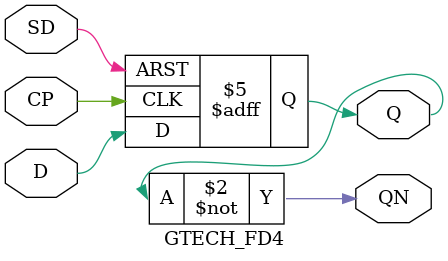
<source format=v>



module GTECH_FD4 (D, CP, SD, Q, QN);  
	input D, CP, SD;
	output Q, QN;

	reg Q, QN;
	
	always @(Q)
        begin
                QN = ~Q;
        end

        always @(posedge CP or negedge SD)
        begin
	    if (!SD)
		Q = 1'b1;
	    else
                Q = D;
        end
endmodule




</source>
